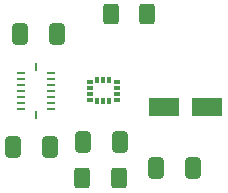
<source format=gbr>
%TF.GenerationSoftware,KiCad,Pcbnew,9.0.5*%
%TF.CreationDate,2025-12-11T06:09:59-03:00*%
%TF.ProjectId,dual IMU_module,6475616c-2049-44d5-955f-6d6f64756c65,rev?*%
%TF.SameCoordinates,Original*%
%TF.FileFunction,Paste,Top*%
%TF.FilePolarity,Positive*%
%FSLAX46Y46*%
G04 Gerber Fmt 4.6, Leading zero omitted, Abs format (unit mm)*
G04 Created by KiCad (PCBNEW 9.0.5) date 2025-12-11 06:09:59*
%MOMM*%
%LPD*%
G01*
G04 APERTURE LIST*
G04 Aperture macros list*
%AMRoundRect*
0 Rectangle with rounded corners*
0 $1 Rounding radius*
0 $2 $3 $4 $5 $6 $7 $8 $9 X,Y pos of 4 corners*
0 Add a 4 corners polygon primitive as box body*
4,1,4,$2,$3,$4,$5,$6,$7,$8,$9,$2,$3,0*
0 Add four circle primitives for the rounded corners*
1,1,$1+$1,$2,$3*
1,1,$1+$1,$4,$5*
1,1,$1+$1,$6,$7*
1,1,$1+$1,$8,$9*
0 Add four rect primitives between the rounded corners*
20,1,$1+$1,$2,$3,$4,$5,0*
20,1,$1+$1,$4,$5,$6,$7,0*
20,1,$1+$1,$6,$7,$8,$9,0*
20,1,$1+$1,$8,$9,$2,$3,0*%
G04 Aperture macros list end*
%ADD10RoundRect,0.250000X-1.050000X-0.550000X1.050000X-0.550000X1.050000X0.550000X-1.050000X0.550000X0*%
%ADD11RoundRect,0.250000X-0.412500X-0.650000X0.412500X-0.650000X0.412500X0.650000X-0.412500X0.650000X0*%
%ADD12RoundRect,0.250000X-0.400000X-0.625000X0.400000X-0.625000X0.400000X0.625000X-0.400000X0.625000X0*%
%ADD13RoundRect,0.250000X0.400000X0.625000X-0.400000X0.625000X-0.400000X-0.625000X0.400000X-0.625000X0*%
%ADD14RoundRect,0.062500X-0.275000X0.062500X-0.275000X-0.062500X0.275000X-0.062500X0.275000X0.062500X0*%
%ADD15RoundRect,0.062500X-0.062500X0.275000X-0.062500X-0.275000X0.062500X-0.275000X0.062500X0.275000X0*%
%ADD16RoundRect,0.250000X0.412500X0.650000X-0.412500X0.650000X-0.412500X-0.650000X0.412500X-0.650000X0*%
%ADD17R,0.600000X0.300000*%
%ADD18R,0.300000X0.600000*%
G04 APERTURE END LIST*
D10*
%TO.C,C6*%
X147490000Y-80740000D03*
X151090000Y-80740000D03*
%TD*%
D11*
%TO.C,C3*%
X140607500Y-83720000D03*
X143732500Y-83720000D03*
%TD*%
D12*
%TO.C,R1*%
X142950000Y-72940000D03*
X146050000Y-72940000D03*
%TD*%
D13*
%TO.C,R2*%
X143650000Y-86790000D03*
X140550000Y-86790000D03*
%TD*%
D14*
%TO.C,U1*%
X137890000Y-77910000D03*
X137890000Y-78410000D03*
X137890000Y-78910000D03*
X137890000Y-79410000D03*
X137890000Y-79910000D03*
X137890000Y-80410000D03*
X137890000Y-80910000D03*
D15*
X136627500Y-81422500D03*
D14*
X135365000Y-80910000D03*
X135365000Y-80410000D03*
X135365000Y-79910000D03*
X135365000Y-79410000D03*
X135365000Y-78910000D03*
X135365000Y-78410000D03*
X135365000Y-77910000D03*
D15*
X136627500Y-77397500D03*
%TD*%
D11*
%TO.C,C4*%
X146787500Y-85910000D03*
X149912500Y-85910000D03*
%TD*%
%TO.C,C1*%
X135227500Y-74620000D03*
X138352500Y-74620000D03*
%TD*%
D16*
%TO.C,C2*%
X137812500Y-84170000D03*
X134687500Y-84170000D03*
%TD*%
D17*
%TO.C,AC1*%
X141150000Y-78650000D03*
X141150000Y-79150000D03*
X141150000Y-79650000D03*
X141150000Y-80150000D03*
D18*
X141800000Y-80300000D03*
X142300000Y-80300000D03*
X142800000Y-80300000D03*
D17*
X143450000Y-80150000D03*
X143450000Y-79650000D03*
X143450000Y-79150000D03*
X143450000Y-78650000D03*
D18*
X142800000Y-78500000D03*
X142300000Y-78500000D03*
X141800000Y-78500000D03*
%TD*%
M02*

</source>
